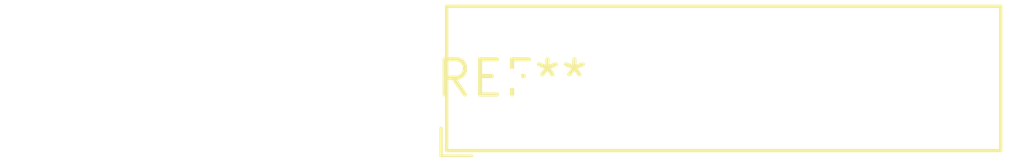
<source format=kicad_pcb>
(kicad_pcb (version 20240108) (generator pcbnew)
  (layers (0 "F.Cu" signal) (31 "B.Cu" signal) (34 "B.Paste" user) (35 "F.Paste" user) (36 "B.SilkS" user "B.Silkscreen") (37 "F.SilkS" user "F.Silkscreen") (38 "B.Mask" user) (39 "F.Mask" user) (44 "Edge.Cuts" user))
  (net 0 "")
  (footprint "Relay_SPST_StandexMeder_SIL_Form1A" (layer "F.Cu") (at 0 0)
    (property "Reference" "REF**")
    (property "Value" "Relay_SPST_StandexMeder_SIL_Form1A")
    (fp_line (start -2.55 2.8) (end -2.55 1.8) (layer "F.SilkS") (stroke (width 0.12)))
    (fp_line (start -2.35 -2.6) (end 17.55 -2.6) (layer "F.SilkS") (stroke (width 0.12)))
    (fp_line (start -2.35 2.6) (end -2.35 -2.6) (layer "F.SilkS") (stroke (width 0.12)))
    (fp_line (start -1.45 2.8) (end -2.55 2.8) (layer "F.SilkS") (stroke (width 0.12)))
    (fp_line (start 17.55 -2.6) (end 17.55 2.6) (layer "F.SilkS") (stroke (width 0.12)))
    (fp_line (start 17.55 2.6) (end -2.35 2.6) (layer "F.SilkS") (stroke (width 0.12)))
    (pad "1" thru_hole rect (at 0 0) (size 1.4 1.4) (drill 0.7) (layers *.Cu *.Mask) (remove_unused_layers))
    (pad "3" thru_hole circle (at 5.08 0) (size 1.4 1.4) (drill 0.7) (layers *.Cu *.Mask) (remove_unused_layers))
    (pad "5" thru_hole circle (at 10.16 0) (size 1.4 1.4) (drill 0.7) (layers *.Cu *.Mask) (remove_unused_layers))
    (pad "7" thru_hole circle (at 15.24 0) (size 1.4 1.4) (drill 0.7) (layers *.Cu *.Mask) (remove_unused_layers))
  )
)
</source>
